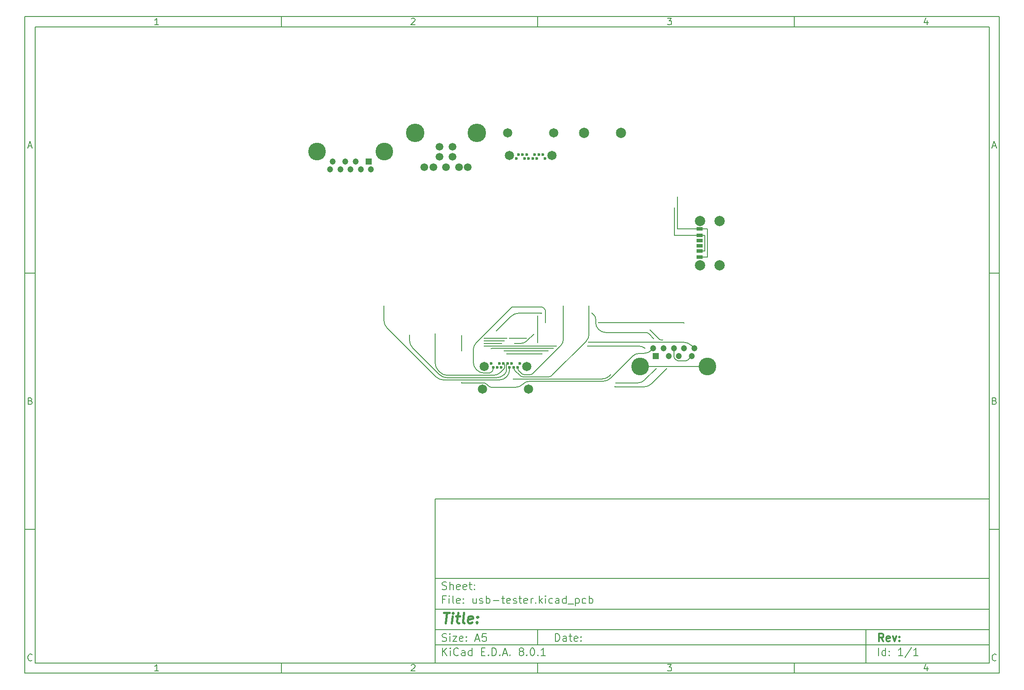
<source format=gbr>
%TF.GenerationSoftware,KiCad,Pcbnew,8.0.1*%
%TF.CreationDate,2024-04-20T18:29:45+01:00*%
%TF.ProjectId,usb-tester,7573622d-7465-4737-9465-722e6b696361,rev?*%
%TF.SameCoordinates,Original*%
%TF.FileFunction,Copper,L2,Bot*%
%TF.FilePolarity,Positive*%
%FSLAX46Y46*%
G04 Gerber Fmt 4.6, Leading zero omitted, Abs format (unit mm)*
G04 Created by KiCad (PCBNEW 8.0.1) date 2024-04-20 18:29:45*
%MOMM*%
%LPD*%
G01*
G04 APERTURE LIST*
%ADD10C,0.100000*%
%ADD11C,0.150000*%
%ADD12C,0.300000*%
%ADD13C,0.400000*%
%TA.AperFunction,ComponentPad*%
%ADD14C,1.815000*%
%TD*%
%TA.AperFunction,ComponentPad*%
%ADD15C,0.600000*%
%TD*%
%TA.AperFunction,ComponentPad*%
%ADD16C,2.010000*%
%TD*%
%TA.AperFunction,SMDPad,CuDef*%
%ADD17R,1.200000X0.800000*%
%TD*%
%TA.AperFunction,SMDPad,CuDef*%
%ADD18R,1.200000X0.760000*%
%TD*%
%TA.AperFunction,SMDPad,CuDef*%
%ADD19R,1.200000X0.700000*%
%TD*%
%TA.AperFunction,ComponentPad*%
%ADD20C,1.993000*%
%TD*%
%TA.AperFunction,ComponentPad*%
%ADD21C,3.450000*%
%TD*%
%TA.AperFunction,ComponentPad*%
%ADD22C,1.200000*%
%TD*%
%TA.AperFunction,ComponentPad*%
%ADD23R,1.200000X1.200000*%
%TD*%
%TA.AperFunction,ComponentPad*%
%ADD24C,3.600000*%
%TD*%
%TA.AperFunction,ComponentPad*%
%ADD25C,1.500000*%
%TD*%
%TA.AperFunction,ViaPad*%
%ADD26C,0.300000*%
%TD*%
%TA.AperFunction,Conductor*%
%ADD27C,0.200000*%
%TD*%
G04 APERTURE END LIST*
D10*
D11*
X90007200Y-104005800D02*
X198007200Y-104005800D01*
X198007200Y-136005800D01*
X90007200Y-136005800D01*
X90007200Y-104005800D01*
D10*
D11*
X10000000Y-10000000D02*
X200007200Y-10000000D01*
X200007200Y-138005800D01*
X10000000Y-138005800D01*
X10000000Y-10000000D01*
D10*
D11*
X12000000Y-12000000D02*
X198007200Y-12000000D01*
X198007200Y-136005800D01*
X12000000Y-136005800D01*
X12000000Y-12000000D01*
D10*
D11*
X60000000Y-12000000D02*
X60000000Y-10000000D01*
D10*
D11*
X110000000Y-12000000D02*
X110000000Y-10000000D01*
D10*
D11*
X160000000Y-12000000D02*
X160000000Y-10000000D01*
D10*
D11*
X36089160Y-11593604D02*
X35346303Y-11593604D01*
X35717731Y-11593604D02*
X35717731Y-10293604D01*
X35717731Y-10293604D02*
X35593922Y-10479319D01*
X35593922Y-10479319D02*
X35470112Y-10603128D01*
X35470112Y-10603128D02*
X35346303Y-10665033D01*
D10*
D11*
X85346303Y-10417414D02*
X85408207Y-10355509D01*
X85408207Y-10355509D02*
X85532017Y-10293604D01*
X85532017Y-10293604D02*
X85841541Y-10293604D01*
X85841541Y-10293604D02*
X85965350Y-10355509D01*
X85965350Y-10355509D02*
X86027255Y-10417414D01*
X86027255Y-10417414D02*
X86089160Y-10541223D01*
X86089160Y-10541223D02*
X86089160Y-10665033D01*
X86089160Y-10665033D02*
X86027255Y-10850747D01*
X86027255Y-10850747D02*
X85284398Y-11593604D01*
X85284398Y-11593604D02*
X86089160Y-11593604D01*
D10*
D11*
X135284398Y-10293604D02*
X136089160Y-10293604D01*
X136089160Y-10293604D02*
X135655826Y-10788842D01*
X135655826Y-10788842D02*
X135841541Y-10788842D01*
X135841541Y-10788842D02*
X135965350Y-10850747D01*
X135965350Y-10850747D02*
X136027255Y-10912652D01*
X136027255Y-10912652D02*
X136089160Y-11036461D01*
X136089160Y-11036461D02*
X136089160Y-11345985D01*
X136089160Y-11345985D02*
X136027255Y-11469795D01*
X136027255Y-11469795D02*
X135965350Y-11531700D01*
X135965350Y-11531700D02*
X135841541Y-11593604D01*
X135841541Y-11593604D02*
X135470112Y-11593604D01*
X135470112Y-11593604D02*
X135346303Y-11531700D01*
X135346303Y-11531700D02*
X135284398Y-11469795D01*
D10*
D11*
X185965350Y-10726938D02*
X185965350Y-11593604D01*
X185655826Y-10231700D02*
X185346303Y-11160271D01*
X185346303Y-11160271D02*
X186151064Y-11160271D01*
D10*
D11*
X60000000Y-136005800D02*
X60000000Y-138005800D01*
D10*
D11*
X110000000Y-136005800D02*
X110000000Y-138005800D01*
D10*
D11*
X160000000Y-136005800D02*
X160000000Y-138005800D01*
D10*
D11*
X36089160Y-137599404D02*
X35346303Y-137599404D01*
X35717731Y-137599404D02*
X35717731Y-136299404D01*
X35717731Y-136299404D02*
X35593922Y-136485119D01*
X35593922Y-136485119D02*
X35470112Y-136608928D01*
X35470112Y-136608928D02*
X35346303Y-136670833D01*
D10*
D11*
X85346303Y-136423214D02*
X85408207Y-136361309D01*
X85408207Y-136361309D02*
X85532017Y-136299404D01*
X85532017Y-136299404D02*
X85841541Y-136299404D01*
X85841541Y-136299404D02*
X85965350Y-136361309D01*
X85965350Y-136361309D02*
X86027255Y-136423214D01*
X86027255Y-136423214D02*
X86089160Y-136547023D01*
X86089160Y-136547023D02*
X86089160Y-136670833D01*
X86089160Y-136670833D02*
X86027255Y-136856547D01*
X86027255Y-136856547D02*
X85284398Y-137599404D01*
X85284398Y-137599404D02*
X86089160Y-137599404D01*
D10*
D11*
X135284398Y-136299404D02*
X136089160Y-136299404D01*
X136089160Y-136299404D02*
X135655826Y-136794642D01*
X135655826Y-136794642D02*
X135841541Y-136794642D01*
X135841541Y-136794642D02*
X135965350Y-136856547D01*
X135965350Y-136856547D02*
X136027255Y-136918452D01*
X136027255Y-136918452D02*
X136089160Y-137042261D01*
X136089160Y-137042261D02*
X136089160Y-137351785D01*
X136089160Y-137351785D02*
X136027255Y-137475595D01*
X136027255Y-137475595D02*
X135965350Y-137537500D01*
X135965350Y-137537500D02*
X135841541Y-137599404D01*
X135841541Y-137599404D02*
X135470112Y-137599404D01*
X135470112Y-137599404D02*
X135346303Y-137537500D01*
X135346303Y-137537500D02*
X135284398Y-137475595D01*
D10*
D11*
X185965350Y-136732738D02*
X185965350Y-137599404D01*
X185655826Y-136237500D02*
X185346303Y-137166071D01*
X185346303Y-137166071D02*
X186151064Y-137166071D01*
D10*
D11*
X10000000Y-60000000D02*
X12000000Y-60000000D01*
D10*
D11*
X10000000Y-110000000D02*
X12000000Y-110000000D01*
D10*
D11*
X10690476Y-35222176D02*
X11309523Y-35222176D01*
X10566666Y-35593604D02*
X10999999Y-34293604D01*
X10999999Y-34293604D02*
X11433333Y-35593604D01*
D10*
D11*
X11092857Y-84912652D02*
X11278571Y-84974557D01*
X11278571Y-84974557D02*
X11340476Y-85036461D01*
X11340476Y-85036461D02*
X11402380Y-85160271D01*
X11402380Y-85160271D02*
X11402380Y-85345985D01*
X11402380Y-85345985D02*
X11340476Y-85469795D01*
X11340476Y-85469795D02*
X11278571Y-85531700D01*
X11278571Y-85531700D02*
X11154761Y-85593604D01*
X11154761Y-85593604D02*
X10659523Y-85593604D01*
X10659523Y-85593604D02*
X10659523Y-84293604D01*
X10659523Y-84293604D02*
X11092857Y-84293604D01*
X11092857Y-84293604D02*
X11216666Y-84355509D01*
X11216666Y-84355509D02*
X11278571Y-84417414D01*
X11278571Y-84417414D02*
X11340476Y-84541223D01*
X11340476Y-84541223D02*
X11340476Y-84665033D01*
X11340476Y-84665033D02*
X11278571Y-84788842D01*
X11278571Y-84788842D02*
X11216666Y-84850747D01*
X11216666Y-84850747D02*
X11092857Y-84912652D01*
X11092857Y-84912652D02*
X10659523Y-84912652D01*
D10*
D11*
X11402380Y-135469795D02*
X11340476Y-135531700D01*
X11340476Y-135531700D02*
X11154761Y-135593604D01*
X11154761Y-135593604D02*
X11030952Y-135593604D01*
X11030952Y-135593604D02*
X10845238Y-135531700D01*
X10845238Y-135531700D02*
X10721428Y-135407890D01*
X10721428Y-135407890D02*
X10659523Y-135284080D01*
X10659523Y-135284080D02*
X10597619Y-135036461D01*
X10597619Y-135036461D02*
X10597619Y-134850747D01*
X10597619Y-134850747D02*
X10659523Y-134603128D01*
X10659523Y-134603128D02*
X10721428Y-134479319D01*
X10721428Y-134479319D02*
X10845238Y-134355509D01*
X10845238Y-134355509D02*
X11030952Y-134293604D01*
X11030952Y-134293604D02*
X11154761Y-134293604D01*
X11154761Y-134293604D02*
X11340476Y-134355509D01*
X11340476Y-134355509D02*
X11402380Y-134417414D01*
D10*
D11*
X200007200Y-60000000D02*
X198007200Y-60000000D01*
D10*
D11*
X200007200Y-110000000D02*
X198007200Y-110000000D01*
D10*
D11*
X198697676Y-35222176D02*
X199316723Y-35222176D01*
X198573866Y-35593604D02*
X199007199Y-34293604D01*
X199007199Y-34293604D02*
X199440533Y-35593604D01*
D10*
D11*
X199100057Y-84912652D02*
X199285771Y-84974557D01*
X199285771Y-84974557D02*
X199347676Y-85036461D01*
X199347676Y-85036461D02*
X199409580Y-85160271D01*
X199409580Y-85160271D02*
X199409580Y-85345985D01*
X199409580Y-85345985D02*
X199347676Y-85469795D01*
X199347676Y-85469795D02*
X199285771Y-85531700D01*
X199285771Y-85531700D02*
X199161961Y-85593604D01*
X199161961Y-85593604D02*
X198666723Y-85593604D01*
X198666723Y-85593604D02*
X198666723Y-84293604D01*
X198666723Y-84293604D02*
X199100057Y-84293604D01*
X199100057Y-84293604D02*
X199223866Y-84355509D01*
X199223866Y-84355509D02*
X199285771Y-84417414D01*
X199285771Y-84417414D02*
X199347676Y-84541223D01*
X199347676Y-84541223D02*
X199347676Y-84665033D01*
X199347676Y-84665033D02*
X199285771Y-84788842D01*
X199285771Y-84788842D02*
X199223866Y-84850747D01*
X199223866Y-84850747D02*
X199100057Y-84912652D01*
X199100057Y-84912652D02*
X198666723Y-84912652D01*
D10*
D11*
X199409580Y-135469795D02*
X199347676Y-135531700D01*
X199347676Y-135531700D02*
X199161961Y-135593604D01*
X199161961Y-135593604D02*
X199038152Y-135593604D01*
X199038152Y-135593604D02*
X198852438Y-135531700D01*
X198852438Y-135531700D02*
X198728628Y-135407890D01*
X198728628Y-135407890D02*
X198666723Y-135284080D01*
X198666723Y-135284080D02*
X198604819Y-135036461D01*
X198604819Y-135036461D02*
X198604819Y-134850747D01*
X198604819Y-134850747D02*
X198666723Y-134603128D01*
X198666723Y-134603128D02*
X198728628Y-134479319D01*
X198728628Y-134479319D02*
X198852438Y-134355509D01*
X198852438Y-134355509D02*
X199038152Y-134293604D01*
X199038152Y-134293604D02*
X199161961Y-134293604D01*
X199161961Y-134293604D02*
X199347676Y-134355509D01*
X199347676Y-134355509D02*
X199409580Y-134417414D01*
D10*
D11*
X113463026Y-131791928D02*
X113463026Y-130291928D01*
X113463026Y-130291928D02*
X113820169Y-130291928D01*
X113820169Y-130291928D02*
X114034455Y-130363357D01*
X114034455Y-130363357D02*
X114177312Y-130506214D01*
X114177312Y-130506214D02*
X114248741Y-130649071D01*
X114248741Y-130649071D02*
X114320169Y-130934785D01*
X114320169Y-130934785D02*
X114320169Y-131149071D01*
X114320169Y-131149071D02*
X114248741Y-131434785D01*
X114248741Y-131434785D02*
X114177312Y-131577642D01*
X114177312Y-131577642D02*
X114034455Y-131720500D01*
X114034455Y-131720500D02*
X113820169Y-131791928D01*
X113820169Y-131791928D02*
X113463026Y-131791928D01*
X115605884Y-131791928D02*
X115605884Y-131006214D01*
X115605884Y-131006214D02*
X115534455Y-130863357D01*
X115534455Y-130863357D02*
X115391598Y-130791928D01*
X115391598Y-130791928D02*
X115105884Y-130791928D01*
X115105884Y-130791928D02*
X114963026Y-130863357D01*
X115605884Y-131720500D02*
X115463026Y-131791928D01*
X115463026Y-131791928D02*
X115105884Y-131791928D01*
X115105884Y-131791928D02*
X114963026Y-131720500D01*
X114963026Y-131720500D02*
X114891598Y-131577642D01*
X114891598Y-131577642D02*
X114891598Y-131434785D01*
X114891598Y-131434785D02*
X114963026Y-131291928D01*
X114963026Y-131291928D02*
X115105884Y-131220500D01*
X115105884Y-131220500D02*
X115463026Y-131220500D01*
X115463026Y-131220500D02*
X115605884Y-131149071D01*
X116105884Y-130791928D02*
X116677312Y-130791928D01*
X116320169Y-130291928D02*
X116320169Y-131577642D01*
X116320169Y-131577642D02*
X116391598Y-131720500D01*
X116391598Y-131720500D02*
X116534455Y-131791928D01*
X116534455Y-131791928D02*
X116677312Y-131791928D01*
X117748741Y-131720500D02*
X117605884Y-131791928D01*
X117605884Y-131791928D02*
X117320170Y-131791928D01*
X117320170Y-131791928D02*
X117177312Y-131720500D01*
X117177312Y-131720500D02*
X117105884Y-131577642D01*
X117105884Y-131577642D02*
X117105884Y-131006214D01*
X117105884Y-131006214D02*
X117177312Y-130863357D01*
X117177312Y-130863357D02*
X117320170Y-130791928D01*
X117320170Y-130791928D02*
X117605884Y-130791928D01*
X117605884Y-130791928D02*
X117748741Y-130863357D01*
X117748741Y-130863357D02*
X117820170Y-131006214D01*
X117820170Y-131006214D02*
X117820170Y-131149071D01*
X117820170Y-131149071D02*
X117105884Y-131291928D01*
X118463026Y-131649071D02*
X118534455Y-131720500D01*
X118534455Y-131720500D02*
X118463026Y-131791928D01*
X118463026Y-131791928D02*
X118391598Y-131720500D01*
X118391598Y-131720500D02*
X118463026Y-131649071D01*
X118463026Y-131649071D02*
X118463026Y-131791928D01*
X118463026Y-130863357D02*
X118534455Y-130934785D01*
X118534455Y-130934785D02*
X118463026Y-131006214D01*
X118463026Y-131006214D02*
X118391598Y-130934785D01*
X118391598Y-130934785D02*
X118463026Y-130863357D01*
X118463026Y-130863357D02*
X118463026Y-131006214D01*
D10*
D11*
X90007200Y-132505800D02*
X198007200Y-132505800D01*
D10*
D11*
X91463026Y-134591928D02*
X91463026Y-133091928D01*
X92320169Y-134591928D02*
X91677312Y-133734785D01*
X92320169Y-133091928D02*
X91463026Y-133949071D01*
X92963026Y-134591928D02*
X92963026Y-133591928D01*
X92963026Y-133091928D02*
X92891598Y-133163357D01*
X92891598Y-133163357D02*
X92963026Y-133234785D01*
X92963026Y-133234785D02*
X93034455Y-133163357D01*
X93034455Y-133163357D02*
X92963026Y-133091928D01*
X92963026Y-133091928D02*
X92963026Y-133234785D01*
X94534455Y-134449071D02*
X94463027Y-134520500D01*
X94463027Y-134520500D02*
X94248741Y-134591928D01*
X94248741Y-134591928D02*
X94105884Y-134591928D01*
X94105884Y-134591928D02*
X93891598Y-134520500D01*
X93891598Y-134520500D02*
X93748741Y-134377642D01*
X93748741Y-134377642D02*
X93677312Y-134234785D01*
X93677312Y-134234785D02*
X93605884Y-133949071D01*
X93605884Y-133949071D02*
X93605884Y-133734785D01*
X93605884Y-133734785D02*
X93677312Y-133449071D01*
X93677312Y-133449071D02*
X93748741Y-133306214D01*
X93748741Y-133306214D02*
X93891598Y-133163357D01*
X93891598Y-133163357D02*
X94105884Y-133091928D01*
X94105884Y-133091928D02*
X94248741Y-133091928D01*
X94248741Y-133091928D02*
X94463027Y-133163357D01*
X94463027Y-133163357D02*
X94534455Y-133234785D01*
X95820170Y-134591928D02*
X95820170Y-133806214D01*
X95820170Y-133806214D02*
X95748741Y-133663357D01*
X95748741Y-133663357D02*
X95605884Y-133591928D01*
X95605884Y-133591928D02*
X95320170Y-133591928D01*
X95320170Y-133591928D02*
X95177312Y-133663357D01*
X95820170Y-134520500D02*
X95677312Y-134591928D01*
X95677312Y-134591928D02*
X95320170Y-134591928D01*
X95320170Y-134591928D02*
X95177312Y-134520500D01*
X95177312Y-134520500D02*
X95105884Y-134377642D01*
X95105884Y-134377642D02*
X95105884Y-134234785D01*
X95105884Y-134234785D02*
X95177312Y-134091928D01*
X95177312Y-134091928D02*
X95320170Y-134020500D01*
X95320170Y-134020500D02*
X95677312Y-134020500D01*
X95677312Y-134020500D02*
X95820170Y-133949071D01*
X97177313Y-134591928D02*
X97177313Y-133091928D01*
X97177313Y-134520500D02*
X97034455Y-134591928D01*
X97034455Y-134591928D02*
X96748741Y-134591928D01*
X96748741Y-134591928D02*
X96605884Y-134520500D01*
X96605884Y-134520500D02*
X96534455Y-134449071D01*
X96534455Y-134449071D02*
X96463027Y-134306214D01*
X96463027Y-134306214D02*
X96463027Y-133877642D01*
X96463027Y-133877642D02*
X96534455Y-133734785D01*
X96534455Y-133734785D02*
X96605884Y-133663357D01*
X96605884Y-133663357D02*
X96748741Y-133591928D01*
X96748741Y-133591928D02*
X97034455Y-133591928D01*
X97034455Y-133591928D02*
X97177313Y-133663357D01*
X99034455Y-133806214D02*
X99534455Y-133806214D01*
X99748741Y-134591928D02*
X99034455Y-134591928D01*
X99034455Y-134591928D02*
X99034455Y-133091928D01*
X99034455Y-133091928D02*
X99748741Y-133091928D01*
X100391598Y-134449071D02*
X100463027Y-134520500D01*
X100463027Y-134520500D02*
X100391598Y-134591928D01*
X100391598Y-134591928D02*
X100320170Y-134520500D01*
X100320170Y-134520500D02*
X100391598Y-134449071D01*
X100391598Y-134449071D02*
X100391598Y-134591928D01*
X101105884Y-134591928D02*
X101105884Y-133091928D01*
X101105884Y-133091928D02*
X101463027Y-133091928D01*
X101463027Y-133091928D02*
X101677313Y-133163357D01*
X101677313Y-133163357D02*
X101820170Y-133306214D01*
X101820170Y-133306214D02*
X101891599Y-133449071D01*
X101891599Y-133449071D02*
X101963027Y-133734785D01*
X101963027Y-133734785D02*
X101963027Y-133949071D01*
X101963027Y-133949071D02*
X101891599Y-134234785D01*
X101891599Y-134234785D02*
X101820170Y-134377642D01*
X101820170Y-134377642D02*
X101677313Y-134520500D01*
X101677313Y-134520500D02*
X101463027Y-134591928D01*
X101463027Y-134591928D02*
X101105884Y-134591928D01*
X102605884Y-134449071D02*
X102677313Y-134520500D01*
X102677313Y-134520500D02*
X102605884Y-134591928D01*
X102605884Y-134591928D02*
X102534456Y-134520500D01*
X102534456Y-134520500D02*
X102605884Y-134449071D01*
X102605884Y-134449071D02*
X102605884Y-134591928D01*
X103248742Y-134163357D02*
X103963028Y-134163357D01*
X103105885Y-134591928D02*
X103605885Y-133091928D01*
X103605885Y-133091928D02*
X104105885Y-134591928D01*
X104605884Y-134449071D02*
X104677313Y-134520500D01*
X104677313Y-134520500D02*
X104605884Y-134591928D01*
X104605884Y-134591928D02*
X104534456Y-134520500D01*
X104534456Y-134520500D02*
X104605884Y-134449071D01*
X104605884Y-134449071D02*
X104605884Y-134591928D01*
X106677313Y-133734785D02*
X106534456Y-133663357D01*
X106534456Y-133663357D02*
X106463027Y-133591928D01*
X106463027Y-133591928D02*
X106391599Y-133449071D01*
X106391599Y-133449071D02*
X106391599Y-133377642D01*
X106391599Y-133377642D02*
X106463027Y-133234785D01*
X106463027Y-133234785D02*
X106534456Y-133163357D01*
X106534456Y-133163357D02*
X106677313Y-133091928D01*
X106677313Y-133091928D02*
X106963027Y-133091928D01*
X106963027Y-133091928D02*
X107105885Y-133163357D01*
X107105885Y-133163357D02*
X107177313Y-133234785D01*
X107177313Y-133234785D02*
X107248742Y-133377642D01*
X107248742Y-133377642D02*
X107248742Y-133449071D01*
X107248742Y-133449071D02*
X107177313Y-133591928D01*
X107177313Y-133591928D02*
X107105885Y-133663357D01*
X107105885Y-133663357D02*
X106963027Y-133734785D01*
X106963027Y-133734785D02*
X106677313Y-133734785D01*
X106677313Y-133734785D02*
X106534456Y-133806214D01*
X106534456Y-133806214D02*
X106463027Y-133877642D01*
X106463027Y-133877642D02*
X106391599Y-134020500D01*
X106391599Y-134020500D02*
X106391599Y-134306214D01*
X106391599Y-134306214D02*
X106463027Y-134449071D01*
X106463027Y-134449071D02*
X106534456Y-134520500D01*
X106534456Y-134520500D02*
X106677313Y-134591928D01*
X106677313Y-134591928D02*
X106963027Y-134591928D01*
X106963027Y-134591928D02*
X107105885Y-134520500D01*
X107105885Y-134520500D02*
X107177313Y-134449071D01*
X107177313Y-134449071D02*
X107248742Y-134306214D01*
X107248742Y-134306214D02*
X107248742Y-134020500D01*
X107248742Y-134020500D02*
X107177313Y-133877642D01*
X107177313Y-133877642D02*
X107105885Y-133806214D01*
X107105885Y-133806214D02*
X106963027Y-133734785D01*
X107891598Y-134449071D02*
X107963027Y-134520500D01*
X107963027Y-134520500D02*
X107891598Y-134591928D01*
X107891598Y-134591928D02*
X107820170Y-134520500D01*
X107820170Y-134520500D02*
X107891598Y-134449071D01*
X107891598Y-134449071D02*
X107891598Y-134591928D01*
X108891599Y-133091928D02*
X109034456Y-133091928D01*
X109034456Y-133091928D02*
X109177313Y-133163357D01*
X109177313Y-133163357D02*
X109248742Y-133234785D01*
X109248742Y-133234785D02*
X109320170Y-133377642D01*
X109320170Y-133377642D02*
X109391599Y-133663357D01*
X109391599Y-133663357D02*
X109391599Y-134020500D01*
X109391599Y-134020500D02*
X109320170Y-134306214D01*
X109320170Y-134306214D02*
X109248742Y-134449071D01*
X109248742Y-134449071D02*
X109177313Y-134520500D01*
X109177313Y-134520500D02*
X109034456Y-134591928D01*
X109034456Y-134591928D02*
X108891599Y-134591928D01*
X108891599Y-134591928D02*
X108748742Y-134520500D01*
X108748742Y-134520500D02*
X108677313Y-134449071D01*
X108677313Y-134449071D02*
X108605884Y-134306214D01*
X108605884Y-134306214D02*
X108534456Y-134020500D01*
X108534456Y-134020500D02*
X108534456Y-133663357D01*
X108534456Y-133663357D02*
X108605884Y-133377642D01*
X108605884Y-133377642D02*
X108677313Y-133234785D01*
X108677313Y-133234785D02*
X108748742Y-133163357D01*
X108748742Y-133163357D02*
X108891599Y-133091928D01*
X110034455Y-134449071D02*
X110105884Y-134520500D01*
X110105884Y-134520500D02*
X110034455Y-134591928D01*
X110034455Y-134591928D02*
X109963027Y-134520500D01*
X109963027Y-134520500D02*
X110034455Y-134449071D01*
X110034455Y-134449071D02*
X110034455Y-134591928D01*
X111534456Y-134591928D02*
X110677313Y-134591928D01*
X111105884Y-134591928D02*
X111105884Y-133091928D01*
X111105884Y-133091928D02*
X110963027Y-133306214D01*
X110963027Y-133306214D02*
X110820170Y-133449071D01*
X110820170Y-133449071D02*
X110677313Y-133520500D01*
D10*
D11*
X90007200Y-129505800D02*
X198007200Y-129505800D01*
D10*
D12*
X177418853Y-131784128D02*
X176918853Y-131069842D01*
X176561710Y-131784128D02*
X176561710Y-130284128D01*
X176561710Y-130284128D02*
X177133139Y-130284128D01*
X177133139Y-130284128D02*
X177275996Y-130355557D01*
X177275996Y-130355557D02*
X177347425Y-130426985D01*
X177347425Y-130426985D02*
X177418853Y-130569842D01*
X177418853Y-130569842D02*
X177418853Y-130784128D01*
X177418853Y-130784128D02*
X177347425Y-130926985D01*
X177347425Y-130926985D02*
X177275996Y-130998414D01*
X177275996Y-130998414D02*
X177133139Y-131069842D01*
X177133139Y-131069842D02*
X176561710Y-131069842D01*
X178633139Y-131712700D02*
X178490282Y-131784128D01*
X178490282Y-131784128D02*
X178204568Y-131784128D01*
X178204568Y-131784128D02*
X178061710Y-131712700D01*
X178061710Y-131712700D02*
X177990282Y-131569842D01*
X177990282Y-131569842D02*
X177990282Y-130998414D01*
X177990282Y-130998414D02*
X178061710Y-130855557D01*
X178061710Y-130855557D02*
X178204568Y-130784128D01*
X178204568Y-130784128D02*
X178490282Y-130784128D01*
X178490282Y-130784128D02*
X178633139Y-130855557D01*
X178633139Y-130855557D02*
X178704568Y-130998414D01*
X178704568Y-130998414D02*
X178704568Y-131141271D01*
X178704568Y-131141271D02*
X177990282Y-131284128D01*
X179204567Y-130784128D02*
X179561710Y-131784128D01*
X179561710Y-131784128D02*
X179918853Y-130784128D01*
X180490281Y-131641271D02*
X180561710Y-131712700D01*
X180561710Y-131712700D02*
X180490281Y-131784128D01*
X180490281Y-131784128D02*
X180418853Y-131712700D01*
X180418853Y-131712700D02*
X180490281Y-131641271D01*
X180490281Y-131641271D02*
X180490281Y-131784128D01*
X180490281Y-130855557D02*
X180561710Y-130926985D01*
X180561710Y-130926985D02*
X180490281Y-130998414D01*
X180490281Y-130998414D02*
X180418853Y-130926985D01*
X180418853Y-130926985D02*
X180490281Y-130855557D01*
X180490281Y-130855557D02*
X180490281Y-130998414D01*
D10*
D11*
X91391598Y-131720500D02*
X91605884Y-131791928D01*
X91605884Y-131791928D02*
X91963026Y-131791928D01*
X91963026Y-131791928D02*
X92105884Y-131720500D01*
X92105884Y-131720500D02*
X92177312Y-131649071D01*
X92177312Y-131649071D02*
X92248741Y-131506214D01*
X92248741Y-131506214D02*
X92248741Y-131363357D01*
X92248741Y-131363357D02*
X92177312Y-131220500D01*
X92177312Y-131220500D02*
X92105884Y-131149071D01*
X92105884Y-131149071D02*
X91963026Y-131077642D01*
X91963026Y-131077642D02*
X91677312Y-131006214D01*
X91677312Y-131006214D02*
X91534455Y-130934785D01*
X91534455Y-130934785D02*
X91463026Y-130863357D01*
X91463026Y-130863357D02*
X91391598Y-130720500D01*
X91391598Y-130720500D02*
X91391598Y-130577642D01*
X91391598Y-130577642D02*
X91463026Y-130434785D01*
X91463026Y-130434785D02*
X91534455Y-130363357D01*
X91534455Y-130363357D02*
X91677312Y-130291928D01*
X91677312Y-130291928D02*
X92034455Y-130291928D01*
X92034455Y-130291928D02*
X92248741Y-130363357D01*
X92891597Y-131791928D02*
X92891597Y-130791928D01*
X92891597Y-130291928D02*
X92820169Y-130363357D01*
X92820169Y-130363357D02*
X92891597Y-130434785D01*
X92891597Y-130434785D02*
X92963026Y-130363357D01*
X92963026Y-130363357D02*
X92891597Y-130291928D01*
X92891597Y-130291928D02*
X92891597Y-130434785D01*
X93463026Y-130791928D02*
X94248741Y-130791928D01*
X94248741Y-130791928D02*
X93463026Y-131791928D01*
X93463026Y-131791928D02*
X94248741Y-131791928D01*
X95391598Y-131720500D02*
X95248741Y-131791928D01*
X95248741Y-131791928D02*
X94963027Y-131791928D01*
X94963027Y-131791928D02*
X94820169Y-131720500D01*
X94820169Y-131720500D02*
X94748741Y-131577642D01*
X94748741Y-131577642D02*
X94748741Y-131006214D01*
X94748741Y-131006214D02*
X94820169Y-130863357D01*
X94820169Y-130863357D02*
X94963027Y-130791928D01*
X94963027Y-130791928D02*
X95248741Y-130791928D01*
X95248741Y-130791928D02*
X95391598Y-130863357D01*
X95391598Y-130863357D02*
X95463027Y-131006214D01*
X95463027Y-131006214D02*
X95463027Y-131149071D01*
X95463027Y-131149071D02*
X94748741Y-131291928D01*
X96105883Y-131649071D02*
X96177312Y-131720500D01*
X96177312Y-131720500D02*
X96105883Y-131791928D01*
X96105883Y-131791928D02*
X96034455Y-131720500D01*
X96034455Y-131720500D02*
X96105883Y-131649071D01*
X96105883Y-131649071D02*
X96105883Y-131791928D01*
X96105883Y-130863357D02*
X96177312Y-130934785D01*
X96177312Y-130934785D02*
X96105883Y-131006214D01*
X96105883Y-131006214D02*
X96034455Y-130934785D01*
X96034455Y-130934785D02*
X96105883Y-130863357D01*
X96105883Y-130863357D02*
X96105883Y-131006214D01*
X97891598Y-131363357D02*
X98605884Y-131363357D01*
X97748741Y-131791928D02*
X98248741Y-130291928D01*
X98248741Y-130291928D02*
X98748741Y-131791928D01*
X99963026Y-130291928D02*
X99248740Y-130291928D01*
X99248740Y-130291928D02*
X99177312Y-131006214D01*
X99177312Y-131006214D02*
X99248740Y-130934785D01*
X99248740Y-130934785D02*
X99391598Y-130863357D01*
X99391598Y-130863357D02*
X99748740Y-130863357D01*
X99748740Y-130863357D02*
X99891598Y-130934785D01*
X99891598Y-130934785D02*
X99963026Y-131006214D01*
X99963026Y-131006214D02*
X100034455Y-131149071D01*
X100034455Y-131149071D02*
X100034455Y-131506214D01*
X100034455Y-131506214D02*
X99963026Y-131649071D01*
X99963026Y-131649071D02*
X99891598Y-131720500D01*
X99891598Y-131720500D02*
X99748740Y-131791928D01*
X99748740Y-131791928D02*
X99391598Y-131791928D01*
X99391598Y-131791928D02*
X99248740Y-131720500D01*
X99248740Y-131720500D02*
X99177312Y-131649071D01*
D10*
D11*
X176463026Y-134591928D02*
X176463026Y-133091928D01*
X177820170Y-134591928D02*
X177820170Y-133091928D01*
X177820170Y-134520500D02*
X177677312Y-134591928D01*
X177677312Y-134591928D02*
X177391598Y-134591928D01*
X177391598Y-134591928D02*
X177248741Y-134520500D01*
X177248741Y-134520500D02*
X177177312Y-134449071D01*
X177177312Y-134449071D02*
X177105884Y-134306214D01*
X177105884Y-134306214D02*
X177105884Y-133877642D01*
X177105884Y-133877642D02*
X177177312Y-133734785D01*
X177177312Y-133734785D02*
X177248741Y-133663357D01*
X177248741Y-133663357D02*
X177391598Y-133591928D01*
X177391598Y-133591928D02*
X177677312Y-133591928D01*
X177677312Y-133591928D02*
X177820170Y-133663357D01*
X178534455Y-134449071D02*
X178605884Y-134520500D01*
X178605884Y-134520500D02*
X178534455Y-134591928D01*
X178534455Y-134591928D02*
X178463027Y-134520500D01*
X178463027Y-134520500D02*
X178534455Y-134449071D01*
X178534455Y-134449071D02*
X178534455Y-134591928D01*
X178534455Y-133663357D02*
X178605884Y-133734785D01*
X178605884Y-133734785D02*
X178534455Y-133806214D01*
X178534455Y-133806214D02*
X178463027Y-133734785D01*
X178463027Y-133734785D02*
X178534455Y-133663357D01*
X178534455Y-133663357D02*
X178534455Y-133806214D01*
X181177313Y-134591928D02*
X180320170Y-134591928D01*
X180748741Y-134591928D02*
X180748741Y-133091928D01*
X180748741Y-133091928D02*
X180605884Y-133306214D01*
X180605884Y-133306214D02*
X180463027Y-133449071D01*
X180463027Y-133449071D02*
X180320170Y-133520500D01*
X182891598Y-133020500D02*
X181605884Y-134949071D01*
X184177313Y-134591928D02*
X183320170Y-134591928D01*
X183748741Y-134591928D02*
X183748741Y-133091928D01*
X183748741Y-133091928D02*
X183605884Y-133306214D01*
X183605884Y-133306214D02*
X183463027Y-133449071D01*
X183463027Y-133449071D02*
X183320170Y-133520500D01*
D10*
D11*
X90007200Y-125505800D02*
X198007200Y-125505800D01*
D10*
D13*
X91698928Y-126210238D02*
X92841785Y-126210238D01*
X92020357Y-128210238D02*
X92270357Y-126210238D01*
X93258452Y-128210238D02*
X93425119Y-126876904D01*
X93508452Y-126210238D02*
X93401309Y-126305476D01*
X93401309Y-126305476D02*
X93484643Y-126400714D01*
X93484643Y-126400714D02*
X93591786Y-126305476D01*
X93591786Y-126305476D02*
X93508452Y-126210238D01*
X93508452Y-126210238D02*
X93484643Y-126400714D01*
X94091786Y-126876904D02*
X94853690Y-126876904D01*
X94460833Y-126210238D02*
X94246548Y-127924523D01*
X94246548Y-127924523D02*
X94317976Y-128115000D01*
X94317976Y-128115000D02*
X94496548Y-128210238D01*
X94496548Y-128210238D02*
X94687024Y-128210238D01*
X95639405Y-128210238D02*
X95460833Y-128115000D01*
X95460833Y-128115000D02*
X95389405Y-127924523D01*
X95389405Y-127924523D02*
X95603690Y-126210238D01*
X97175119Y-128115000D02*
X96972738Y-128210238D01*
X96972738Y-128210238D02*
X96591785Y-128210238D01*
X96591785Y-128210238D02*
X96413214Y-128115000D01*
X96413214Y-128115000D02*
X96341785Y-127924523D01*
X96341785Y-127924523D02*
X96437024Y-127162619D01*
X96437024Y-127162619D02*
X96556071Y-126972142D01*
X96556071Y-126972142D02*
X96758452Y-126876904D01*
X96758452Y-126876904D02*
X97139404Y-126876904D01*
X97139404Y-126876904D02*
X97317976Y-126972142D01*
X97317976Y-126972142D02*
X97389404Y-127162619D01*
X97389404Y-127162619D02*
X97365595Y-127353095D01*
X97365595Y-127353095D02*
X96389404Y-127543571D01*
X98139405Y-128019761D02*
X98222738Y-128115000D01*
X98222738Y-128115000D02*
X98115595Y-128210238D01*
X98115595Y-128210238D02*
X98032262Y-128115000D01*
X98032262Y-128115000D02*
X98139405Y-128019761D01*
X98139405Y-128019761D02*
X98115595Y-128210238D01*
X98270357Y-126972142D02*
X98353690Y-127067380D01*
X98353690Y-127067380D02*
X98246548Y-127162619D01*
X98246548Y-127162619D02*
X98163214Y-127067380D01*
X98163214Y-127067380D02*
X98270357Y-126972142D01*
X98270357Y-126972142D02*
X98246548Y-127162619D01*
D10*
D11*
X91963026Y-123606214D02*
X91463026Y-123606214D01*
X91463026Y-124391928D02*
X91463026Y-122891928D01*
X91463026Y-122891928D02*
X92177312Y-122891928D01*
X92748740Y-124391928D02*
X92748740Y-123391928D01*
X92748740Y-122891928D02*
X92677312Y-122963357D01*
X92677312Y-122963357D02*
X92748740Y-123034785D01*
X92748740Y-123034785D02*
X92820169Y-122963357D01*
X92820169Y-122963357D02*
X92748740Y-122891928D01*
X92748740Y-122891928D02*
X92748740Y-123034785D01*
X93677312Y-124391928D02*
X93534455Y-124320500D01*
X93534455Y-124320500D02*
X93463026Y-124177642D01*
X93463026Y-124177642D02*
X93463026Y-122891928D01*
X94820169Y-124320500D02*
X94677312Y-124391928D01*
X94677312Y-124391928D02*
X94391598Y-124391928D01*
X94391598Y-124391928D02*
X94248740Y-124320500D01*
X94248740Y-124320500D02*
X94177312Y-124177642D01*
X94177312Y-124177642D02*
X94177312Y-123606214D01*
X94177312Y-123606214D02*
X94248740Y-123463357D01*
X94248740Y-123463357D02*
X94391598Y-123391928D01*
X94391598Y-123391928D02*
X94677312Y-123391928D01*
X94677312Y-123391928D02*
X94820169Y-123463357D01*
X94820169Y-123463357D02*
X94891598Y-123606214D01*
X94891598Y-123606214D02*
X94891598Y-123749071D01*
X94891598Y-123749071D02*
X94177312Y-123891928D01*
X95534454Y-124249071D02*
X95605883Y-124320500D01*
X95605883Y-124320500D02*
X95534454Y-124391928D01*
X95534454Y-124391928D02*
X95463026Y-124320500D01*
X95463026Y-124320500D02*
X95534454Y-124249071D01*
X95534454Y-124249071D02*
X95534454Y-124391928D01*
X95534454Y-123463357D02*
X95605883Y-123534785D01*
X95605883Y-123534785D02*
X95534454Y-123606214D01*
X95534454Y-123606214D02*
X95463026Y-123534785D01*
X95463026Y-123534785D02*
X95534454Y-123463357D01*
X95534454Y-123463357D02*
X95534454Y-123606214D01*
X98034455Y-123391928D02*
X98034455Y-124391928D01*
X97391597Y-123391928D02*
X97391597Y-124177642D01*
X97391597Y-124177642D02*
X97463026Y-124320500D01*
X97463026Y-124320500D02*
X97605883Y-124391928D01*
X97605883Y-124391928D02*
X97820169Y-124391928D01*
X97820169Y-124391928D02*
X97963026Y-124320500D01*
X97963026Y-124320500D02*
X98034455Y-124249071D01*
X98677312Y-124320500D02*
X98820169Y-124391928D01*
X98820169Y-124391928D02*
X99105883Y-124391928D01*
X99105883Y-124391928D02*
X99248740Y-124320500D01*
X99248740Y-124320500D02*
X99320169Y-124177642D01*
X99320169Y-124177642D02*
X99320169Y-124106214D01*
X99320169Y-124106214D02*
X99248740Y-123963357D01*
X99248740Y-123963357D02*
X99105883Y-123891928D01*
X99105883Y-123891928D02*
X98891598Y-123891928D01*
X98891598Y-123891928D02*
X98748740Y-123820500D01*
X98748740Y-123820500D02*
X98677312Y-123677642D01*
X98677312Y-123677642D02*
X98677312Y-123606214D01*
X98677312Y-123606214D02*
X98748740Y-123463357D01*
X98748740Y-123463357D02*
X98891598Y-123391928D01*
X98891598Y-123391928D02*
X99105883Y-123391928D01*
X99105883Y-123391928D02*
X99248740Y-123463357D01*
X99963026Y-124391928D02*
X99963026Y-122891928D01*
X99963026Y-123463357D02*
X100105884Y-123391928D01*
X100105884Y-123391928D02*
X100391598Y-123391928D01*
X100391598Y-123391928D02*
X100534455Y-123463357D01*
X100534455Y-123463357D02*
X100605884Y-123534785D01*
X100605884Y-123534785D02*
X100677312Y-123677642D01*
X100677312Y-123677642D02*
X100677312Y-124106214D01*
X100677312Y-124106214D02*
X100605884Y-124249071D01*
X100605884Y-124249071D02*
X100534455Y-124320500D01*
X100534455Y-124320500D02*
X100391598Y-124391928D01*
X100391598Y-124391928D02*
X100105884Y-124391928D01*
X100105884Y-124391928D02*
X99963026Y-124320500D01*
X101320169Y-123820500D02*
X102463027Y-123820500D01*
X102963027Y-123391928D02*
X103534455Y-123391928D01*
X103177312Y-122891928D02*
X103177312Y-124177642D01*
X103177312Y-124177642D02*
X103248741Y-124320500D01*
X103248741Y-124320500D02*
X103391598Y-124391928D01*
X103391598Y-124391928D02*
X103534455Y-124391928D01*
X104605884Y-124320500D02*
X104463027Y-124391928D01*
X104463027Y-124391928D02*
X104177313Y-124391928D01*
X104177313Y-124391928D02*
X104034455Y-124320500D01*
X104034455Y-124320500D02*
X103963027Y-124177642D01*
X103963027Y-124177642D02*
X103963027Y-123606214D01*
X103963027Y-123606214D02*
X104034455Y-123463357D01*
X104034455Y-123463357D02*
X104177313Y-123391928D01*
X104177313Y-123391928D02*
X104463027Y-123391928D01*
X104463027Y-123391928D02*
X104605884Y-123463357D01*
X104605884Y-123463357D02*
X104677313Y-123606214D01*
X104677313Y-123606214D02*
X104677313Y-123749071D01*
X104677313Y-123749071D02*
X103963027Y-123891928D01*
X105248741Y-124320500D02*
X105391598Y-124391928D01*
X105391598Y-124391928D02*
X105677312Y-124391928D01*
X105677312Y-124391928D02*
X105820169Y-124320500D01*
X105820169Y-124320500D02*
X105891598Y-124177642D01*
X105891598Y-124177642D02*
X105891598Y-124106214D01*
X105891598Y-124106214D02*
X105820169Y-123963357D01*
X105820169Y-123963357D02*
X105677312Y-123891928D01*
X105677312Y-123891928D02*
X105463027Y-123891928D01*
X105463027Y-123891928D02*
X105320169Y-123820500D01*
X105320169Y-123820500D02*
X105248741Y-123677642D01*
X105248741Y-123677642D02*
X105248741Y-123606214D01*
X105248741Y-123606214D02*
X105320169Y-123463357D01*
X105320169Y-123463357D02*
X105463027Y-123391928D01*
X105463027Y-123391928D02*
X105677312Y-123391928D01*
X105677312Y-123391928D02*
X105820169Y-123463357D01*
X106320170Y-123391928D02*
X106891598Y-123391928D01*
X106534455Y-122891928D02*
X106534455Y-124177642D01*
X106534455Y-124177642D02*
X106605884Y-124320500D01*
X106605884Y-124320500D02*
X106748741Y-124391928D01*
X106748741Y-124391928D02*
X106891598Y-124391928D01*
X107963027Y-124320500D02*
X107820170Y-124391928D01*
X107820170Y-124391928D02*
X107534456Y-124391928D01*
X107534456Y-124391928D02*
X107391598Y-124320500D01*
X107391598Y-124320500D02*
X107320170Y-124177642D01*
X107320170Y-124177642D02*
X107320170Y-123606214D01*
X107320170Y-123606214D02*
X107391598Y-123463357D01*
X107391598Y-123463357D02*
X107534456Y-123391928D01*
X107534456Y-123391928D02*
X107820170Y-123391928D01*
X107820170Y-123391928D02*
X107963027Y-123463357D01*
X107963027Y-123463357D02*
X108034456Y-123606214D01*
X108034456Y-123606214D02*
X108034456Y-123749071D01*
X108034456Y-123749071D02*
X107320170Y-123891928D01*
X108677312Y-124391928D02*
X108677312Y-123391928D01*
X108677312Y-123677642D02*
X108748741Y-123534785D01*
X108748741Y-123534785D02*
X108820170Y-123463357D01*
X108820170Y-123463357D02*
X108963027Y-123391928D01*
X108963027Y-123391928D02*
X109105884Y-123391928D01*
X109605883Y-124249071D02*
X109677312Y-124320500D01*
X109677312Y-124320500D02*
X109605883Y-124391928D01*
X109605883Y-124391928D02*
X109534455Y-124320500D01*
X109534455Y-124320500D02*
X109605883Y-124249071D01*
X109605883Y-124249071D02*
X109605883Y-124391928D01*
X110320169Y-124391928D02*
X110320169Y-122891928D01*
X110463027Y-123820500D02*
X110891598Y-124391928D01*
X110891598Y-123391928D02*
X110320169Y-123963357D01*
X111534455Y-124391928D02*
X111534455Y-123391928D01*
X111534455Y-122891928D02*
X111463027Y-122963357D01*
X111463027Y-122963357D02*
X111534455Y-123034785D01*
X111534455Y-123034785D02*
X111605884Y-122963357D01*
X111605884Y-122963357D02*
X111534455Y-122891928D01*
X111534455Y-122891928D02*
X111534455Y-123034785D01*
X112891599Y-124320500D02*
X112748741Y-124391928D01*
X112748741Y-124391928D02*
X112463027Y-124391928D01*
X112463027Y-124391928D02*
X112320170Y-124320500D01*
X112320170Y-124320500D02*
X112248741Y-124249071D01*
X112248741Y-124249071D02*
X112177313Y-124106214D01*
X112177313Y-124106214D02*
X112177313Y-123677642D01*
X112177313Y-123677642D02*
X112248741Y-123534785D01*
X112248741Y-123534785D02*
X112320170Y-123463357D01*
X112320170Y-123463357D02*
X112463027Y-123391928D01*
X112463027Y-123391928D02*
X112748741Y-123391928D01*
X112748741Y-123391928D02*
X112891599Y-123463357D01*
X114177313Y-124391928D02*
X114177313Y-123606214D01*
X114177313Y-123606214D02*
X114105884Y-123463357D01*
X114105884Y-123463357D02*
X113963027Y-123391928D01*
X113963027Y-123391928D02*
X113677313Y-123391928D01*
X113677313Y-123391928D02*
X113534455Y-123463357D01*
X114177313Y-124320500D02*
X114034455Y-124391928D01*
X114034455Y-124391928D02*
X113677313Y-124391928D01*
X113677313Y-124391928D02*
X113534455Y-124320500D01*
X113534455Y-124320500D02*
X113463027Y-124177642D01*
X113463027Y-124177642D02*
X113463027Y-124034785D01*
X113463027Y-124034785D02*
X113534455Y-123891928D01*
X113534455Y-123891928D02*
X113677313Y-123820500D01*
X113677313Y-123820500D02*
X114034455Y-123820500D01*
X114034455Y-123820500D02*
X114177313Y-123749071D01*
X115534456Y-124391928D02*
X115534456Y-122891928D01*
X115534456Y-124320500D02*
X115391598Y-124391928D01*
X115391598Y-124391928D02*
X115105884Y-124391928D01*
X115105884Y-124391928D02*
X114963027Y-124320500D01*
X114963027Y-124320500D02*
X114891598Y-124249071D01*
X114891598Y-124249071D02*
X114820170Y-124106214D01*
X114820170Y-124106214D02*
X114820170Y-123677642D01*
X114820170Y-123677642D02*
X114891598Y-123534785D01*
X114891598Y-123534785D02*
X114963027Y-123463357D01*
X114963027Y-123463357D02*
X115105884Y-123391928D01*
X115105884Y-123391928D02*
X115391598Y-123391928D01*
X115391598Y-123391928D02*
X115534456Y-123463357D01*
X115891599Y-124534785D02*
X117034456Y-124534785D01*
X117391598Y-123391928D02*
X117391598Y-124891928D01*
X117391598Y-123463357D02*
X117534456Y-123391928D01*
X117534456Y-123391928D02*
X117820170Y-123391928D01*
X117820170Y-123391928D02*
X117963027Y-123463357D01*
X117963027Y-123463357D02*
X118034456Y-123534785D01*
X118034456Y-123534785D02*
X118105884Y-123677642D01*
X118105884Y-123677642D02*
X118105884Y-124106214D01*
X118105884Y-124106214D02*
X118034456Y-124249071D01*
X118034456Y-124249071D02*
X117963027Y-124320500D01*
X117963027Y-124320500D02*
X117820170Y-124391928D01*
X117820170Y-124391928D02*
X117534456Y-124391928D01*
X117534456Y-124391928D02*
X117391598Y-124320500D01*
X119391599Y-124320500D02*
X119248741Y-124391928D01*
X119248741Y-124391928D02*
X118963027Y-124391928D01*
X118963027Y-124391928D02*
X118820170Y-124320500D01*
X118820170Y-124320500D02*
X118748741Y-124249071D01*
X118748741Y-124249071D02*
X118677313Y-124106214D01*
X118677313Y-124106214D02*
X118677313Y-123677642D01*
X118677313Y-123677642D02*
X118748741Y-123534785D01*
X118748741Y-123534785D02*
X118820170Y-123463357D01*
X118820170Y-123463357D02*
X118963027Y-123391928D01*
X118963027Y-123391928D02*
X119248741Y-123391928D01*
X119248741Y-123391928D02*
X119391599Y-123463357D01*
X120034455Y-124391928D02*
X120034455Y-122891928D01*
X120034455Y-123463357D02*
X120177313Y-123391928D01*
X120177313Y-123391928D02*
X120463027Y-123391928D01*
X120463027Y-123391928D02*
X120605884Y-123463357D01*
X120605884Y-123463357D02*
X120677313Y-123534785D01*
X120677313Y-123534785D02*
X120748741Y-123677642D01*
X120748741Y-123677642D02*
X120748741Y-124106214D01*
X120748741Y-124106214D02*
X120677313Y-124249071D01*
X120677313Y-124249071D02*
X120605884Y-124320500D01*
X120605884Y-124320500D02*
X120463027Y-124391928D01*
X120463027Y-124391928D02*
X120177313Y-124391928D01*
X120177313Y-124391928D02*
X120034455Y-124320500D01*
D10*
D11*
X90007200Y-119505800D02*
X198007200Y-119505800D01*
D10*
D11*
X91391598Y-121620500D02*
X91605884Y-121691928D01*
X91605884Y-121691928D02*
X91963026Y-121691928D01*
X91963026Y-121691928D02*
X92105884Y-121620500D01*
X92105884Y-121620500D02*
X92177312Y-121549071D01*
X92177312Y-121549071D02*
X92248741Y-121406214D01*
X92248741Y-121406214D02*
X92248741Y-121263357D01*
X92248741Y-121263357D02*
X92177312Y-121120500D01*
X92177312Y-121120500D02*
X92105884Y-121049071D01*
X92105884Y-121049071D02*
X91963026Y-120977642D01*
X91963026Y-120977642D02*
X91677312Y-120906214D01*
X91677312Y-120906214D02*
X91534455Y-120834785D01*
X91534455Y-120834785D02*
X91463026Y-120763357D01*
X91463026Y-120763357D02*
X91391598Y-120620500D01*
X91391598Y-120620500D02*
X91391598Y-120477642D01*
X91391598Y-120477642D02*
X91463026Y-120334785D01*
X91463026Y-120334785D02*
X91534455Y-120263357D01*
X91534455Y-120263357D02*
X91677312Y-120191928D01*
X91677312Y-120191928D02*
X92034455Y-120191928D01*
X92034455Y-120191928D02*
X92248741Y-120263357D01*
X92891597Y-121691928D02*
X92891597Y-120191928D01*
X93534455Y-121691928D02*
X93534455Y-120906214D01*
X93534455Y-120906214D02*
X93463026Y-120763357D01*
X93463026Y-120763357D02*
X93320169Y-120691928D01*
X93320169Y-120691928D02*
X93105883Y-120691928D01*
X93105883Y-120691928D02*
X92963026Y-120763357D01*
X92963026Y-120763357D02*
X92891597Y-120834785D01*
X94820169Y-121620500D02*
X94677312Y-121691928D01*
X94677312Y-121691928D02*
X94391598Y-121691928D01*
X94391598Y-121691928D02*
X94248740Y-121620500D01*
X94248740Y-121620500D02*
X94177312Y-121477642D01*
X94177312Y-121477642D02*
X94177312Y-120906214D01*
X94177312Y-120906214D02*
X94248740Y-120763357D01*
X94248740Y-120763357D02*
X94391598Y-120691928D01*
X94391598Y-120691928D02*
X94677312Y-120691928D01*
X94677312Y-120691928D02*
X94820169Y-120763357D01*
X94820169Y-120763357D02*
X94891598Y-120906214D01*
X94891598Y-120906214D02*
X94891598Y-121049071D01*
X94891598Y-121049071D02*
X94177312Y-121191928D01*
X96105883Y-121620500D02*
X95963026Y-121691928D01*
X95963026Y-121691928D02*
X95677312Y-121691928D01*
X95677312Y-121691928D02*
X95534454Y-121620500D01*
X95534454Y-121620500D02*
X95463026Y-121477642D01*
X95463026Y-121477642D02*
X95463026Y-120906214D01*
X95463026Y-120906214D02*
X95534454Y-120763357D01*
X95534454Y-120763357D02*
X95677312Y-120691928D01*
X95677312Y-120691928D02*
X95963026Y-120691928D01*
X95963026Y-120691928D02*
X96105883Y-120763357D01*
X96105883Y-120763357D02*
X96177312Y-120906214D01*
X96177312Y-120906214D02*
X96177312Y-121049071D01*
X96177312Y-121049071D02*
X95463026Y-121191928D01*
X96605883Y-120691928D02*
X97177311Y-120691928D01*
X96820168Y-120191928D02*
X96820168Y-121477642D01*
X96820168Y-121477642D02*
X96891597Y-121620500D01*
X96891597Y-121620500D02*
X97034454Y-121691928D01*
X97034454Y-121691928D02*
X97177311Y-121691928D01*
X97677311Y-121549071D02*
X97748740Y-121620500D01*
X97748740Y-121620500D02*
X97677311Y-121691928D01*
X97677311Y-121691928D02*
X97605883Y-121620500D01*
X97605883Y-121620500D02*
X97677311Y-121549071D01*
X97677311Y-121549071D02*
X97677311Y-121691928D01*
X97677311Y-120763357D02*
X97748740Y-120834785D01*
X97748740Y-120834785D02*
X97677311Y-120906214D01*
X97677311Y-120906214D02*
X97605883Y-120834785D01*
X97605883Y-120834785D02*
X97677311Y-120763357D01*
X97677311Y-120763357D02*
X97677311Y-120906214D01*
D10*
D12*
D10*
D11*
D10*
D11*
D10*
D11*
D10*
D11*
D10*
D11*
X110007200Y-129505800D02*
X110007200Y-132505800D01*
D10*
D11*
X174007200Y-129505800D02*
X174007200Y-136005800D01*
D14*
%TO.P,J1,MH4,SHIELD*%
%TO.N,GNDPWR*%
X113125000Y-32627500D03*
%TO.P,J1,MH3,SHIELD*%
X104145000Y-32627500D03*
%TO.P,J1,MH2,SHIELD*%
X104505000Y-37027500D03*
%TO.P,J1,MH1,SHIELD*%
X112765000Y-37027500D03*
D15*
%TO.P,J1,B12,GND*%
X111435000Y-37617500D03*
%TO.P,J1,B11,RX1+*%
X111035000Y-36917500D03*
%TO.P,J1,B10,RX1-*%
X110235000Y-36917500D03*
%TO.P,J1,B9,VBUS*%
X109835000Y-37617500D03*
%TO.P,J1,B8,SBU2*%
X109435000Y-36917500D03*
%TO.P,J1,B7,D-*%
X109035000Y-37617500D03*
%TO.P,J1,B6,D+*%
X108235000Y-37617500D03*
%TO.P,J1,B5,CC2*%
X107835000Y-36917500D03*
%TO.P,J1,B4,VBUS*%
X107435000Y-37617500D03*
%TO.P,J1,B3,TX2-*%
X107035000Y-36917500D03*
%TO.P,J1,B2,TX2+*%
X106235000Y-36917500D03*
%TO.P,J1,B1,GND*%
X105835000Y-37617500D03*
%TD*%
%TO.P,J3,B1,GND*%
%TO.N,GND*%
X106515000Y-77637500D03*
%TO.P,J3,B2,TX2+*%
%TO.N,B2*%
X106115000Y-78337500D03*
%TO.P,J3,B3,TX2-*%
%TO.N,B3*%
X105315000Y-78337500D03*
%TO.P,J3,B4,VBUS*%
%TO.N,V_{BUS}*%
X104915000Y-77637500D03*
%TO.P,J3,B5,CC2*%
%TO.N,B5*%
X104515000Y-78337500D03*
%TO.P,J3,B6,D+*%
%TO.N,B6*%
X104115000Y-77637500D03*
%TO.P,J3,B7,D-*%
%TO.N,B7*%
X103315000Y-77637500D03*
%TO.P,J3,B8,SBU2*%
%TO.N,B8*%
X102915000Y-78337500D03*
%TO.P,J3,B9,VBUS*%
%TO.N,V_{BUS}*%
X102515000Y-77637500D03*
%TO.P,J3,B10,RX1-*%
%TO.N,B10*%
X102115000Y-78337500D03*
%TO.P,J3,B11,RX1+*%
%TO.N,B11*%
X101315000Y-78337500D03*
%TO.P,J3,B12,GND*%
%TO.N,GND*%
X100915000Y-77637500D03*
D14*
%TO.P,J3,MH1*%
%TO.N,N/C*%
X99585000Y-78227500D03*
%TO.P,J3,MH2*%
X107845000Y-78227500D03*
%TO.P,J3,MH3,SHIELD*%
%TO.N,SHIELD*%
X108205000Y-82627500D03*
%TO.P,J3,MH4,SHIELD*%
X99225000Y-82627500D03*
%TD*%
D16*
%TO.P,J8,MH4*%
%TO.N,N/C*%
X141645000Y-49837500D03*
%TO.P,J8,MH3*%
X145445000Y-49837500D03*
%TO.P,J8,MH2*%
X145445000Y-58477500D03*
%TO.P,J8,MH1*%
X141645000Y-58477500D03*
D17*
%TO.P,J8,B12,GND*%
%TO.N,GNDPWR*%
X141565000Y-51407500D03*
D18*
%TO.P,J8,B9,VBUS*%
%TO.N,+3V3*%
X141565000Y-52637500D03*
D19*
%TO.P,J8,B5,CC2*%
%TO.N,unconnected-(J8-CC2-PadB5)*%
X141565000Y-54657500D03*
D17*
%TO.P,J8,A12,GND*%
%TO.N,GNDPWR*%
X141565000Y-56907500D03*
D18*
%TO.P,J8,A9,VBUS*%
%TO.N,+3V3*%
X141565000Y-55677500D03*
D19*
%TO.P,J8,A5,CC1*%
%TO.N,unconnected-(J8-CC1-PadA5)*%
X141565000Y-53657500D03*
%TD*%
D20*
%TO.P,J5,9,Shield*%
%TO.N,GNDPWR*%
X119060000Y-32627500D03*
%TO.P,J5,8,Shield*%
X126210000Y-32627500D03*
%TD*%
D21*
%TO.P,J7,MH2,SHIELD*%
%TO.N,GNDPWR*%
X66945000Y-36257500D03*
%TO.P,J7,MH1,SHIELD*%
X80085000Y-36257500D03*
D22*
%TO.P,J7,9,SSTX+*%
X77515000Y-39757500D03*
%TO.P,J7,8,SSTX-*%
X75515000Y-39757500D03*
%TO.P,J7,7,DRAIN*%
X73515000Y-39757500D03*
%TO.P,J7,6,SSRX+*%
X71515000Y-39757500D03*
%TO.P,J7,5,SSRX-*%
X69515000Y-39757500D03*
%TO.P,J7,4,GND*%
X70015000Y-38257500D03*
%TO.P,J7,3,D+*%
X72515000Y-38257500D03*
%TO.P,J7,2,D-*%
X74515000Y-38257500D03*
D23*
%TO.P,J7,1,VBUS*%
X77015000Y-38257500D03*
%TD*%
%TO.P,J4,1,VBUS*%
%TO.N,V_{BUS}*%
X133035000Y-76177500D03*
D22*
%TO.P,J4,2,D-*%
%TO.N,A6*%
X135535000Y-76177500D03*
%TO.P,J4,3,D+*%
%TO.N,A7*%
X137535000Y-76177500D03*
%TO.P,J4,4,GND*%
%TO.N,GND*%
X140035000Y-76177500D03*
%TO.P,J4,5,SSRX-*%
%TO.N,B10*%
X140535000Y-74677500D03*
%TO.P,J4,6,SSRX+*%
%TO.N,B11*%
X138535000Y-74677500D03*
%TO.P,J4,7,DRAIN*%
%TO.N,GND*%
X136535000Y-74677500D03*
%TO.P,J4,8,SSTX-*%
%TO.N,A3*%
X134535000Y-74677500D03*
%TO.P,J4,9,SSTX+*%
%TO.N,A2*%
X132535000Y-74677500D03*
D21*
%TO.P,J4,MH1,SHIELD*%
%TO.N,SHIELD*%
X129965000Y-78177500D03*
%TO.P,J4,MH2,SHIELD*%
X143105000Y-78177500D03*
%TD*%
D24*
%TO.P,J2,11,SHIELD*%
%TO.N,GNDPWR*%
X98155000Y-32627500D03*
%TO.P,J2,10,SHIELD*%
X86115000Y-32627500D03*
D25*
%TO.P,J2,9,SSRX+*%
X87885000Y-39337500D03*
%TO.P,J2,8,SSRX-*%
X89635000Y-39337500D03*
%TO.P,J2,7,DRAIN*%
X92135000Y-39337500D03*
%TO.P,J2,6,SSTX+*%
X94635000Y-39337500D03*
%TO.P,J2,5,SSTX-*%
X96385000Y-39337500D03*
%TO.P,J2,4,GND*%
X90885000Y-35337500D03*
%TO.P,J2,3,D+*%
X93385000Y-35337500D03*
%TO.P,J2,2,D-*%
X93385000Y-37337500D03*
%TO.P,J2,1,VBUS*%
X90885000Y-37337500D03*
%TD*%
D26*
%TO.N,V_{BUS}*%
X130896432Y-74629407D03*
%TO.N,+3V3*%
X136665000Y-47327500D03*
%TO.N,A6*%
X99615000Y-73227500D03*
X125265000Y-81427500D03*
X133065000Y-78627500D03*
X103465000Y-75127500D03*
X103465000Y-73227500D03*
X112015000Y-75127500D03*
%TO.N,GND*%
X100965000Y-74727500D03*
X113015000Y-74677500D03*
X134395000Y-73077500D03*
X131915000Y-71077500D03*
X106465000Y-74677500D03*
%TO.N,A8*%
X104465000Y-72727500D03*
X107765000Y-72727500D03*
%TO.N,A3*%
X110725000Y-67827500D03*
X120596801Y-67809301D03*
X132635000Y-72777500D03*
X101965000Y-71277500D03*
%TO.N,B5*%
X80015000Y-66427500D03*
%TO.N,A7*%
X103965000Y-75777500D03*
X110815000Y-75777500D03*
X103965000Y-72727500D03*
X135115000Y-78627500D03*
X125057881Y-82130667D03*
X99615000Y-72727500D03*
%TO.N,A5*%
X99615000Y-73727500D03*
X102965000Y-73727500D03*
%TO.N,B8*%
X124190000Y-79852500D03*
X105205000Y-80627500D03*
%TO.N,A10*%
X109215000Y-71927500D03*
X105465000Y-73727500D03*
%TO.N,B11*%
X138535000Y-69700000D03*
X121800000Y-69650000D03*
X111550000Y-69650000D03*
X105015000Y-66577500D03*
%TO.N,V_{BUS}*%
X119765000Y-74227500D03*
X113665000Y-74227500D03*
X102465000Y-74227500D03*
X99615000Y-74227500D03*
X104965000Y-74227500D03*
%TO.N,B7*%
X90015000Y-71827500D03*
%TO.N,A2*%
X95165000Y-75177500D03*
X95165000Y-81377500D03*
X95166576Y-72208744D03*
%TO.N,B10*%
X110015000Y-73500000D03*
X110015000Y-68377500D03*
X119915000Y-73500000D03*
%TO.N,B6*%
X85015000Y-72127500D03*
%TO.N,B3*%
X120015000Y-66427500D03*
%TO.N,B2*%
X115015000Y-66427500D03*
%TO.N,GNDPWR*%
X137235000Y-45157500D03*
%TD*%
D27*
%TO.N,B2*%
X115015000Y-72820646D02*
G75*
G02*
X114429191Y-74234836I-2000000J46D01*
G01*
%TO.N,B10*%
X139943285Y-74085787D02*
G75*
G03*
X138529073Y-73500020I-1414185J-1414213D01*
G01*
X138529073Y-73500000D02*
X119915000Y-73500000D01*
X140535000Y-74677500D02*
X139943286Y-74085786D01*
%TO.N,A3*%
X131727893Y-71870393D02*
G75*
G03*
X131020786Y-71577510I-707093J-707107D01*
G01*
%TO.N,B11*%
X110550000Y-66577500D02*
G75*
G02*
X111550000Y-67577500I0J-1000000D01*
G01*
X111550000Y-69650000D02*
X111550000Y-67577500D01*
X110550000Y-66577500D02*
X105015000Y-66577500D01*
%TO.N,A3*%
X104829214Y-68413288D02*
G75*
G02*
X106243427Y-67827520I1414186J-1414212D01*
G01*
X123295000Y-71577500D02*
G75*
G02*
X121295000Y-69577500I0J2000000D01*
G01*
X121002107Y-68214607D02*
G75*
G02*
X121294990Y-68921714I-707107J-707093D01*
G01*
%TO.N,A2*%
X100092893Y-81692893D02*
G75*
G03*
X99385786Y-81400010I-707093J-707107D01*
G01*
X101091714Y-82277500D02*
G75*
G02*
X100384600Y-81984614I-14J1000000D01*
G01*
X95187500Y-81400000D02*
X95165000Y-81377500D01*
X99385786Y-81400000D02*
X95187500Y-81400000D01*
X100384607Y-81984607D02*
X100092893Y-81692893D01*
X105636573Y-82277500D02*
X101091714Y-82277500D01*
X122780470Y-81070000D02*
X108500927Y-81070000D01*
X130738374Y-75645699D02*
X129861625Y-75645699D01*
X132535000Y-74677500D02*
X132152587Y-75059913D01*
X108500927Y-81070000D02*
G75*
G03*
X107086699Y-81655773I-27J-2000000D01*
G01*
X107086713Y-81655787D02*
X107050786Y-81691714D01*
X128447411Y-76231486D02*
X124194683Y-80484214D01*
X124194683Y-80484214D02*
G75*
G02*
X122780470Y-81069978I-1414183J1414214D01*
G01*
X129861625Y-75645699D02*
G75*
G03*
X128447398Y-76231473I-25J-2000001D01*
G01*
X132152586Y-75059912D02*
G75*
G02*
X130738374Y-75645680I-1414186J1414212D01*
G01*
X107050785Y-81691713D02*
G75*
G02*
X105636573Y-82277480I-1414185J1414213D01*
G01*
%TO.N,B6*%
X103622107Y-79620393D02*
G75*
G03*
X103914990Y-78913286I-707107J707093D01*
G01*
%TO.N,B11*%
X98038509Y-78788507D02*
G75*
G02*
X97452720Y-77374295I1414191J1414207D01*
G01*
X98156525Y-78906523D02*
G75*
G03*
X99570738Y-79492280I1414175J1414223D01*
G01*
X100651179Y-79492311D02*
X99570738Y-79492311D01*
X97452722Y-77374295D02*
X97452722Y-74839179D01*
X98036574Y-73555926D02*
X105015000Y-66577500D01*
X101365000Y-78387500D02*
X101365000Y-78527500D01*
X101315000Y-78337500D02*
X101365000Y-78387500D01*
X97452723Y-74839179D02*
G75*
G02*
X98036549Y-73555901I2013777J-141721D01*
G01*
X101364999Y-78527500D02*
G75*
G02*
X100651175Y-79492299I-1017299J6200D01*
G01*
X98156524Y-78906524D02*
X98038508Y-78788508D01*
%TO.N,GND*%
X101015000Y-74677500D02*
X100965000Y-74727500D01*
X106465000Y-74677500D02*
X101015000Y-74677500D01*
%TO.N,B11*%
X138485000Y-69650000D02*
X121800000Y-69650000D01*
X138535000Y-69700000D02*
X138485000Y-69650000D01*
%TO.N,V_{BUS}*%
X129679025Y-74227500D02*
X119765000Y-74227500D01*
X130896432Y-74629407D02*
G75*
G03*
X129679025Y-74227493I-1217432J-1642893D01*
G01*
%TO.N,GNDPWR*%
X137235000Y-45157500D02*
X137235000Y-51407500D01*
%TO.N,+3V3*%
X136665000Y-47327500D02*
X136665000Y-52637500D01*
%TO.N,GNDPWR*%
X137235000Y-51407500D02*
X141565000Y-51407500D01*
%TO.N,+3V3*%
X136665000Y-52637500D02*
X141565000Y-52637500D01*
%TO.N,B2*%
X108442359Y-79807500D02*
G75*
G03*
X109149486Y-79514627I41J1000000D01*
G01*
X106752107Y-79514607D02*
G75*
G03*
X107459214Y-79807490I707093J707107D01*
G01*
X106407893Y-79170393D02*
G75*
G02*
X106115010Y-78463286I707107J707093D01*
G01*
X107459214Y-79807500D02*
X108442359Y-79807500D01*
X109149466Y-79514607D02*
X114429214Y-74234859D01*
X115015000Y-72820646D02*
X115015000Y-66427500D01*
X106407893Y-79170393D02*
X106752107Y-79514607D01*
X106115000Y-78337500D02*
X106115000Y-78463286D01*
%TO.N,B8*%
X124187286Y-79852500D02*
X124190000Y-79852500D01*
X123906827Y-80132959D02*
X124187286Y-79852500D01*
X105205000Y-80627500D02*
X122586573Y-80627500D01*
X122586573Y-80627499D02*
G75*
G03*
X123906813Y-80132942I-3373J2018499D01*
G01*
%TO.N,A7*%
X130736573Y-82177500D02*
G75*
G03*
X132150800Y-81591728I27J2000000D01*
G01*
%TO.N,A6*%
X130850786Y-80841712D02*
G75*
G02*
X129436573Y-81427480I-1414186J1414212D01*
G01*
%TO.N,A3*%
X121295000Y-69577500D02*
X121295000Y-68921714D01*
X132635000Y-72777500D02*
X131727893Y-71870393D01*
X131020786Y-71577500D02*
X123295000Y-71577500D01*
X121002107Y-68214607D02*
X120596801Y-67809301D01*
%TO.N,GND*%
X133768553Y-72931053D02*
G75*
G03*
X134122107Y-73077495I353547J353553D01*
G01*
X138927893Y-77077500D02*
G75*
G03*
X139281449Y-76931057I7J500000D01*
G01*
X137015760Y-76931053D02*
G75*
G03*
X137369314Y-77077490I353540J353553D01*
G01*
X136535000Y-76243186D02*
G75*
G03*
X136681439Y-76596746I500000J-14D01*
G01*
X134395000Y-73077500D02*
X134122107Y-73077500D01*
X133768553Y-72931053D02*
X131915000Y-71077500D01*
%TO.N,A3*%
X104829213Y-68413287D02*
X101965000Y-71277500D01*
X110725000Y-67827500D02*
X106243427Y-67827500D01*
X110725000Y-67827500D02*
X110695000Y-67857500D01*
%TO.N,+3V3*%
X141565000Y-52637500D02*
X142593000Y-52637500D01*
X142593000Y-55677500D02*
X141565000Y-55677500D01*
X142593000Y-52637500D02*
X142593000Y-55677500D01*
%TO.N,A6*%
X112015000Y-75127500D02*
X103465000Y-75127500D01*
X103465000Y-73227500D02*
X99615000Y-73227500D01*
X130850787Y-80841713D02*
X133065000Y-78627500D01*
X125265000Y-81427500D02*
X129436573Y-81427500D01*
%TO.N,GND*%
X138927893Y-77077500D02*
X137369314Y-77077500D01*
X136535000Y-76243186D02*
X136535000Y-74677500D01*
X106465000Y-74677500D02*
X113015000Y-74677500D01*
X140035000Y-76177500D02*
X139281446Y-76931054D01*
X137015760Y-76931053D02*
X136681446Y-76596739D01*
%TO.N,A8*%
X104465000Y-72727500D02*
X107765000Y-72727500D01*
%TO.N,B5*%
X104515000Y-78827500D02*
X104515000Y-78337500D01*
X91621854Y-80827500D02*
X102515000Y-80827500D01*
X80600787Y-70634860D02*
X90207641Y-80241714D01*
X80015000Y-66427500D02*
X80015000Y-69220646D01*
X102515000Y-80827500D02*
G75*
G03*
X104515000Y-78827500I0J2000000D01*
G01*
X80600787Y-70634860D02*
G75*
G02*
X80014968Y-69220646I1414213J1414260D01*
G01*
X91621854Y-80827500D02*
G75*
G02*
X90207664Y-80241691I46J2000000D01*
G01*
%TO.N,A7*%
X110815000Y-75777500D02*
X103965000Y-75777500D01*
X103965000Y-72727500D02*
X99615000Y-72727500D01*
X130736573Y-82177500D02*
X125065000Y-82177500D01*
X125065000Y-82177500D02*
X125065000Y-82137786D01*
X135115000Y-78627500D02*
X132150786Y-81591714D01*
X125065000Y-82137786D02*
X125057881Y-82130667D01*
%TO.N,A5*%
X102965000Y-73727500D02*
X99615000Y-73727500D01*
%TO.N,A10*%
X105465000Y-73727500D02*
X106572970Y-73727500D01*
X109201397Y-71927500D02*
X109215000Y-71927500D01*
X107987184Y-73141713D02*
X109201397Y-71927500D01*
X107987184Y-73141713D02*
G75*
G02*
X106572970Y-73727478I-1414184J1414213D01*
G01*
%TO.N,V_{BUS}*%
X102465000Y-74227500D02*
X99615000Y-74227500D01*
X104965000Y-74227500D02*
X113665000Y-74227500D01*
X102465000Y-74227500D02*
X104965000Y-74227500D01*
%TO.N,SHIELD*%
X129965000Y-78177500D02*
X143105000Y-78177500D01*
%TO.N,B7*%
X92393427Y-79927500D02*
X101345102Y-79927500D01*
X90015000Y-71827500D02*
X90015000Y-77549073D01*
X102759316Y-79341713D02*
X103441777Y-78659252D01*
X90600787Y-78963287D02*
X90979214Y-79341714D01*
X103515000Y-77837500D02*
X103315000Y-77637500D01*
X103515000Y-78482476D02*
X103515000Y-77837500D01*
X101345102Y-79927500D02*
G75*
G03*
X102759315Y-79341712I-2J2000000D01*
G01*
X103515000Y-78482476D02*
G75*
G02*
X103441789Y-78659264I-250000J-24D01*
G01*
X90015000Y-77549073D02*
G75*
G03*
X90600773Y-78963301I2000000J-27D01*
G01*
X90979215Y-79341713D02*
G75*
G03*
X92393427Y-79927480I1414185J1414213D01*
G01*
%TO.N,A2*%
X95165000Y-72210320D02*
X95166576Y-72208744D01*
X95165000Y-75177500D02*
X95165000Y-72210320D01*
%TO.N,B10*%
X110015000Y-73527500D02*
X110015000Y-68377500D01*
%TO.N,B6*%
X103915000Y-77837500D02*
X103915000Y-78913286D01*
X103622107Y-79620393D02*
X103450787Y-79791713D01*
X102036573Y-80377500D02*
X92273934Y-80377500D01*
X85015000Y-73118566D02*
X85015000Y-72127500D01*
X90859720Y-79791713D02*
X85600786Y-74532779D01*
X104115000Y-77637500D02*
X103915000Y-77837500D01*
X85015000Y-73118566D02*
G75*
G03*
X85600769Y-74532796I2000000J-34D01*
G01*
X92273934Y-80377500D02*
G75*
G02*
X90859703Y-79791730I-34J2000000D01*
G01*
X103450786Y-79791712D02*
G75*
G02*
X102036573Y-80377480I-1414186J1414212D01*
G01*
%TO.N,B3*%
X120015000Y-71899073D02*
X120015000Y-66427500D01*
X105315000Y-78337500D02*
X105315000Y-78350609D01*
X105607893Y-79057716D02*
X106484784Y-79934607D01*
X107191891Y-80227500D02*
X112100786Y-80227500D01*
X112807893Y-79934607D02*
X119429214Y-73313286D01*
X112807893Y-79934607D02*
G75*
G02*
X112100786Y-80227490I-707093J707107D01*
G01*
X107191891Y-80227500D02*
G75*
G02*
X106484789Y-79934602I9J1000000D01*
G01*
X119429213Y-73313285D02*
G75*
G03*
X120014980Y-71899073I-1414213J1414185D01*
G01*
X105607893Y-79057716D02*
G75*
G02*
X105314994Y-78350609I707107J707116D01*
G01*
%TO.N,GNDPWR*%
X141565000Y-51407500D02*
X143053000Y-51407500D01*
X143053000Y-51407500D02*
X143053000Y-56907500D01*
X143053000Y-56907500D02*
X141565000Y-56907500D01*
%TD*%
M02*

</source>
